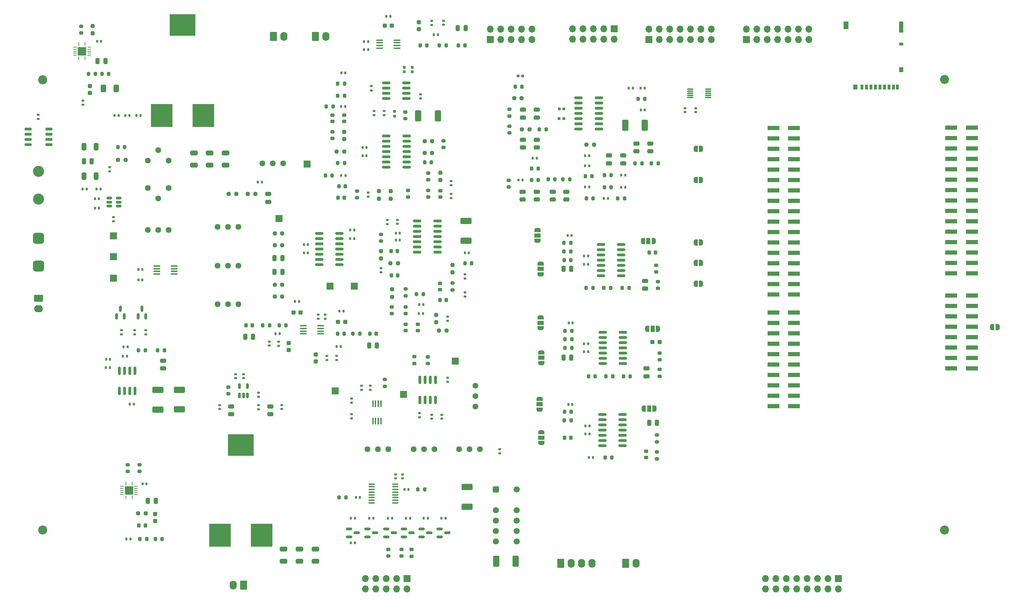
<source format=gbr>
%TF.GenerationSoftware,KiCad,Pcbnew,8.0.8*%
%TF.CreationDate,2025-03-14T14:35:35+00:00*%
%TF.ProjectId,Beehive_Monitor_main_PCB,42656568-6976-4655-9f4d-6f6e69746f72,rev?*%
%TF.SameCoordinates,Original*%
%TF.FileFunction,Soldermask,Top*%
%TF.FilePolarity,Negative*%
%FSLAX46Y46*%
G04 Gerber Fmt 4.6, Leading zero omitted, Abs format (unit mm)*
G04 Created by KiCad (PCBNEW 8.0.8) date 2025-03-14 14:35:35*
%MOMM*%
%LPD*%
G01*
G04 APERTURE LIST*
G04 Aperture macros list*
%AMRoundRect*
0 Rectangle with rounded corners*
0 $1 Rounding radius*
0 $2 $3 $4 $5 $6 $7 $8 $9 X,Y pos of 4 corners*
0 Add a 4 corners polygon primitive as box body*
4,1,4,$2,$3,$4,$5,$6,$7,$8,$9,$2,$3,0*
0 Add four circle primitives for the rounded corners*
1,1,$1+$1,$2,$3*
1,1,$1+$1,$4,$5*
1,1,$1+$1,$6,$7*
1,1,$1+$1,$8,$9*
0 Add four rect primitives between the rounded corners*
20,1,$1+$1,$2,$3,$4,$5,0*
20,1,$1+$1,$4,$5,$6,$7,0*
20,1,$1+$1,$6,$7,$8,$9,0*
20,1,$1+$1,$8,$9,$2,$3,0*%
%AMFreePoly0*
4,1,19,0.500000,-0.750000,0.000000,-0.750000,0.000000,-0.744911,-0.071157,-0.744911,-0.207708,-0.704816,-0.327430,-0.627875,-0.420627,-0.520320,-0.479746,-0.390866,-0.500000,-0.250000,-0.500000,0.250000,-0.479746,0.390866,-0.420627,0.520320,-0.327430,0.627875,-0.207708,0.704816,-0.071157,0.744911,0.000000,0.744911,0.000000,0.750000,0.500000,0.750000,0.500000,-0.750000,0.500000,-0.750000,
$1*%
%AMFreePoly1*
4,1,19,0.000000,0.744911,0.071157,0.744911,0.207708,0.704816,0.327430,0.627875,0.420627,0.520320,0.479746,0.390866,0.500000,0.250000,0.500000,-0.250000,0.479746,-0.390866,0.420627,-0.520320,0.327430,-0.627875,0.207708,-0.704816,0.071157,-0.744911,0.000000,-0.744911,0.000000,-0.750000,-0.500000,-0.750000,-0.500000,0.750000,0.000000,0.750000,0.000000,0.744911,0.000000,0.744911,
$1*%
%AMFreePoly2*
4,1,19,0.550000,-0.750000,0.000000,-0.750000,0.000000,-0.744911,-0.071157,-0.744911,-0.207708,-0.704816,-0.327430,-0.627875,-0.420627,-0.520320,-0.479746,-0.390866,-0.500000,-0.250000,-0.500000,0.250000,-0.479746,0.390866,-0.420627,0.520320,-0.327430,0.627875,-0.207708,0.704816,-0.071157,0.744911,0.000000,0.744911,0.000000,0.750000,0.550000,0.750000,0.550000,-0.750000,0.550000,-0.750000,
$1*%
%AMFreePoly3*
4,1,19,0.000000,0.744911,0.071157,0.744911,0.207708,0.704816,0.327430,0.627875,0.420627,0.520320,0.479746,0.390866,0.500000,0.250000,0.500000,-0.250000,0.479746,-0.390866,0.420627,-0.520320,0.327430,-0.627875,0.207708,-0.704816,0.071157,-0.744911,0.000000,-0.744911,0.000000,-0.750000,-0.550000,-0.750000,-0.550000,0.750000,0.000000,0.750000,0.000000,0.744911,0.000000,0.744911,
$1*%
G04 Aperture macros list end*
%ADD10RoundRect,0.250000X-0.620000X-0.845000X0.620000X-0.845000X0.620000X0.845000X-0.620000X0.845000X0*%
%ADD11O,1.740000X2.190000*%
%ADD12RoundRect,0.237500X0.300000X0.237500X-0.300000X0.237500X-0.300000X-0.237500X0.300000X-0.237500X0*%
%ADD13RoundRect,0.200000X-0.200000X-0.275000X0.200000X-0.275000X0.200000X0.275000X-0.200000X0.275000X0*%
%ADD14RoundRect,0.225000X0.250000X-0.225000X0.250000X0.225000X-0.250000X0.225000X-0.250000X-0.225000X0*%
%ADD15RoundRect,0.150000X0.150000X-0.512500X0.150000X0.512500X-0.150000X0.512500X-0.150000X-0.512500X0*%
%ADD16RoundRect,0.140000X-0.140000X-0.170000X0.140000X-0.170000X0.140000X0.170000X-0.140000X0.170000X0*%
%ADD17RoundRect,0.250000X0.475000X-0.250000X0.475000X0.250000X-0.475000X0.250000X-0.475000X-0.250000X0*%
%ADD18RoundRect,0.135000X-0.185000X0.135000X-0.185000X-0.135000X0.185000X-0.135000X0.185000X0.135000X0*%
%ADD19C,1.440000*%
%ADD20RoundRect,0.200000X0.275000X-0.200000X0.275000X0.200000X-0.275000X0.200000X-0.275000X-0.200000X0*%
%ADD21RoundRect,0.135000X0.135000X0.185000X-0.135000X0.185000X-0.135000X-0.185000X0.135000X-0.185000X0*%
%ADD22RoundRect,0.150000X-0.825000X-0.150000X0.825000X-0.150000X0.825000X0.150000X-0.825000X0.150000X0*%
%ADD23RoundRect,0.200000X-0.275000X0.200000X-0.275000X-0.200000X0.275000X-0.200000X0.275000X0.200000X0*%
%ADD24RoundRect,0.250000X0.250000X0.475000X-0.250000X0.475000X-0.250000X-0.475000X0.250000X-0.475000X0*%
%ADD25RoundRect,0.200000X0.200000X0.275000X-0.200000X0.275000X-0.200000X-0.275000X0.200000X-0.275000X0*%
%ADD26RoundRect,0.225000X-0.225000X-0.250000X0.225000X-0.250000X0.225000X0.250000X-0.225000X0.250000X0*%
%ADD27RoundRect,0.140000X0.170000X-0.140000X0.170000X0.140000X-0.170000X0.140000X-0.170000X-0.140000X0*%
%ADD28FreePoly0,180.000000*%
%ADD29FreePoly1,180.000000*%
%ADD30RoundRect,0.250000X-0.650000X0.325000X-0.650000X-0.325000X0.650000X-0.325000X0.650000X0.325000X0*%
%ADD31RoundRect,0.155000X0.155000X-0.212500X0.155000X0.212500X-0.155000X0.212500X-0.155000X-0.212500X0*%
%ADD32RoundRect,0.100000X0.712500X0.100000X-0.712500X0.100000X-0.712500X-0.100000X0.712500X-0.100000X0*%
%ADD33RoundRect,0.140000X-0.170000X0.140000X-0.170000X-0.140000X0.170000X-0.140000X0.170000X0.140000X0*%
%ADD34RoundRect,0.135000X-0.135000X-0.185000X0.135000X-0.185000X0.135000X0.185000X-0.135000X0.185000X0*%
%ADD35RoundRect,0.135000X0.185000X-0.135000X0.185000X0.135000X-0.185000X0.135000X-0.185000X-0.135000X0*%
%ADD36RoundRect,0.225000X-0.250000X0.225000X-0.250000X-0.225000X0.250000X-0.225000X0.250000X0.225000X0*%
%ADD37RoundRect,0.250000X-0.250000X-0.475000X0.250000X-0.475000X0.250000X0.475000X-0.250000X0.475000X0*%
%ADD38RoundRect,0.250000X-0.475000X0.250000X-0.475000X-0.250000X0.475000X-0.250000X0.475000X0.250000X0*%
%ADD39RoundRect,0.140000X0.140000X0.170000X-0.140000X0.170000X-0.140000X-0.170000X0.140000X-0.170000X0*%
%ADD40FreePoly2,90.000000*%
%ADD41R,1.500000X1.000000*%
%ADD42FreePoly3,90.000000*%
%ADD43R,1.700000X1.700000*%
%ADD44RoundRect,0.250500X-0.499500X-0.499500X0.499500X-0.499500X0.499500X0.499500X-0.499500X0.499500X0*%
%ADD45C,1.500000*%
%ADD46R,6.360000X5.280000*%
%ADD47R,5.330000X5.590000*%
%ADD48RoundRect,0.237500X-0.237500X0.300000X-0.237500X-0.300000X0.237500X-0.300000X0.237500X0.300000X0*%
%ADD49RoundRect,0.100000X-0.712500X-0.100000X0.712500X-0.100000X0.712500X0.100000X-0.712500X0.100000X0*%
%ADD50RoundRect,0.225000X0.225000X0.250000X-0.225000X0.250000X-0.225000X-0.250000X0.225000X-0.250000X0*%
%ADD51O,1.700000X1.700000*%
%ADD52RoundRect,0.237500X-0.250000X-0.237500X0.250000X-0.237500X0.250000X0.237500X-0.250000X0.237500X0*%
%ADD53R,0.280000X0.850000*%
%ADD54R,0.850000X0.280000*%
%ADD55R,2.050000X2.050000*%
%ADD56RoundRect,0.150000X-0.587500X-0.150000X0.587500X-0.150000X0.587500X0.150000X-0.587500X0.150000X0*%
%ADD57RoundRect,0.237500X-0.300000X-0.237500X0.300000X-0.237500X0.300000X0.237500X-0.300000X0.237500X0*%
%ADD58RoundRect,0.150000X-0.150000X0.825000X-0.150000X-0.825000X0.150000X-0.825000X0.150000X0.825000X0*%
%ADD59RoundRect,0.237500X0.250000X0.237500X-0.250000X0.237500X-0.250000X-0.237500X0.250000X-0.237500X0*%
%ADD60RoundRect,0.237500X-0.237500X0.250000X-0.237500X-0.250000X0.237500X-0.250000X0.237500X0.250000X0*%
%ADD61RoundRect,0.100000X-0.637500X-0.100000X0.637500X-0.100000X0.637500X0.100000X-0.637500X0.100000X0*%
%ADD62RoundRect,0.237500X0.237500X-0.300000X0.237500X0.300000X-0.237500X0.300000X-0.237500X-0.300000X0*%
%ADD63R,3.000000X1.000000*%
%ADD64RoundRect,0.250000X1.100000X-0.500000X1.100000X0.500000X-1.100000X0.500000X-1.100000X-0.500000X0*%
%ADD65RoundRect,0.675000X0.675000X-0.675000X0.675000X0.675000X-0.675000X0.675000X-0.675000X-0.675000X0*%
%ADD66C,2.700000*%
%ADD67RoundRect,0.237500X0.237500X-0.250000X0.237500X0.250000X-0.237500X0.250000X-0.237500X-0.250000X0*%
%ADD68RoundRect,0.155000X-0.212500X-0.155000X0.212500X-0.155000X0.212500X0.155000X-0.212500X0.155000X0*%
%ADD69RoundRect,0.250000X-0.500000X-1.100000X0.500000X-1.100000X0.500000X1.100000X-0.500000X1.100000X0*%
%ADD70RoundRect,0.250000X-0.325000X-0.650000X0.325000X-0.650000X0.325000X0.650000X-0.325000X0.650000X0*%
%ADD71RoundRect,0.150000X0.512500X0.150000X-0.512500X0.150000X-0.512500X-0.150000X0.512500X-0.150000X0*%
%ADD72RoundRect,0.150000X0.725000X0.150000X-0.725000X0.150000X-0.725000X-0.150000X0.725000X-0.150000X0*%
%ADD73C,2.200000*%
%ADD74RoundRect,0.250000X-0.845000X0.620000X-0.845000X-0.620000X0.845000X-0.620000X0.845000X0.620000X0*%
%ADD75O,2.190000X1.740000*%
%ADD76RoundRect,0.250000X0.500000X1.100000X-0.500000X1.100000X-0.500000X-1.100000X0.500000X-1.100000X0*%
%ADD77RoundRect,0.155000X-0.155000X0.212500X-0.155000X-0.212500X0.155000X-0.212500X0.155000X0.212500X0*%
%ADD78RoundRect,0.075000X-0.650000X-0.075000X0.650000X-0.075000X0.650000X0.075000X-0.650000X0.075000X0*%
%ADD79RoundRect,0.250000X0.620000X0.845000X-0.620000X0.845000X-0.620000X-0.845000X0.620000X-0.845000X0*%
%ADD80RoundRect,0.250000X0.412500X0.650000X-0.412500X0.650000X-0.412500X-0.650000X0.412500X-0.650000X0*%
%ADD81RoundRect,0.150000X0.150000X-0.587500X0.150000X0.587500X-0.150000X0.587500X-0.150000X-0.587500X0*%
%ADD82FreePoly2,0.000000*%
%ADD83R,1.000000X1.500000*%
%ADD84FreePoly3,0.000000*%
%ADD85R,0.700000X1.200000*%
%ADD86R,1.000000X0.800000*%
%ADD87R,1.000000X1.200000*%
%ADD88R,1.000000X2.800000*%
%ADD89R,1.300000X1.900000*%
%ADD90RoundRect,0.155000X0.212500X0.155000X-0.212500X0.155000X-0.212500X-0.155000X0.212500X-0.155000X0*%
%ADD91RoundRect,0.100000X0.100000X-0.712500X0.100000X0.712500X-0.100000X0.712500X-0.100000X-0.712500X0*%
%ADD92RoundRect,0.150000X0.150000X-0.825000X0.150000X0.825000X-0.150000X0.825000X-0.150000X-0.825000X0*%
G04 APERTURE END LIST*
D10*
%TO.C,PI_PWR1*%
X118300000Y-59770000D03*
D11*
X120840000Y-59770000D03*
%TD*%
D12*
%TO.C,C95*%
X212515000Y-134350000D03*
X210790000Y-134350000D03*
%TD*%
D13*
%TO.C,R47*%
X133980000Y-74210000D03*
X135630000Y-74210000D03*
%TD*%
D14*
%TO.C,C84*%
X150531250Y-131567500D03*
X150531250Y-130017500D03*
%TD*%
D15*
%TO.C,IC4*%
X110025000Y-147385000D03*
X110975000Y-147385000D03*
X111925000Y-147385000D03*
X111925000Y-145110000D03*
X110025000Y-145110000D03*
%TD*%
D16*
%TO.C,Cboot1*%
X86340000Y-169000000D03*
X87300000Y-169000000D03*
%TD*%
D17*
%TO.C,C77*%
X210240000Y-87825907D03*
X210240000Y-85925907D03*
%TD*%
D18*
%TO.C,R17*%
X114650000Y-146740000D03*
X114650000Y-147760000D03*
%TD*%
D19*
%TO.C,RV7*%
X120665000Y-90760000D03*
X118125000Y-90760000D03*
X115585000Y-90760000D03*
%TD*%
D13*
%TO.C,R141*%
X85390000Y-136370000D03*
X87040000Y-136370000D03*
%TD*%
D20*
%TO.C,R60*%
X151110000Y-98995000D03*
X151110000Y-97345000D03*
%TD*%
D21*
%TO.C,R82*%
X179090000Y-94845907D03*
X178070000Y-94845907D03*
%TD*%
D22*
%TO.C,U1*%
X145830000Y-84050000D03*
X145830000Y-85320000D03*
X145830000Y-86590000D03*
X145830000Y-87860000D03*
X145830000Y-89130000D03*
X145830000Y-90400000D03*
X145830000Y-91670000D03*
X150780000Y-91670000D03*
X150780000Y-90400000D03*
X150780000Y-89130000D03*
X150780000Y-87860000D03*
X150780000Y-86590000D03*
X150780000Y-85320000D03*
X150780000Y-84050000D03*
%TD*%
D23*
%TO.C,R113*%
X150531250Y-125787500D03*
X150531250Y-127437500D03*
%TD*%
D14*
%TO.C,C63*%
X158990000Y-98965000D03*
X158990000Y-97415000D03*
%TD*%
D24*
%TO.C,C111*%
X190977499Y-116532500D03*
X189077499Y-116532500D03*
%TD*%
D25*
%TO.C,R79*%
X184840000Y-82430000D03*
X183190000Y-82430000D03*
%TD*%
D26*
%TO.C,C31*%
X111610000Y-130290000D03*
X113160000Y-130290000D03*
%TD*%
D27*
%TO.C,C24*%
X130900000Y-128660000D03*
X130900000Y-127700000D03*
%TD*%
D28*
%TO.C,JP1*%
X294960000Y-130690000D03*
D29*
X293660000Y-130690000D03*
%TD*%
D16*
%TO.C,C97*%
X138420000Y-172310000D03*
X139380000Y-172310000D03*
%TD*%
D30*
%TO.C,C20*%
X128525000Y-184900000D03*
X128525000Y-187850000D03*
%TD*%
D31*
%TO.C,C68*%
X150205000Y-68417500D03*
X150205000Y-67282500D03*
%TD*%
D22*
%TO.C,U3*%
X192740000Y-74795907D03*
X192740000Y-76065907D03*
X192740000Y-77335907D03*
X192740000Y-78605907D03*
X192740000Y-79875907D03*
X192740000Y-81145907D03*
X192740000Y-82415907D03*
X197690000Y-82415907D03*
X197690000Y-81145907D03*
X197690000Y-79875907D03*
X197690000Y-78605907D03*
X197690000Y-77335907D03*
X197690000Y-76065907D03*
X197690000Y-74795907D03*
%TD*%
D32*
%TO.C,IC2*%
X94092500Y-117775000D03*
X94092500Y-117125000D03*
X94092500Y-116475000D03*
X94092500Y-115825000D03*
X89867500Y-115825000D03*
X89867500Y-116475000D03*
X89867500Y-117125000D03*
X89867500Y-117775000D03*
%TD*%
D33*
%TO.C,C89*%
X159325000Y-152107500D03*
X159325000Y-153067500D03*
%TD*%
D34*
%TO.C,R146*%
X83225552Y-149554448D03*
X84245552Y-149554448D03*
%TD*%
D35*
%TO.C,R71*%
X142145000Y-72940000D03*
X142145000Y-71920000D03*
%TD*%
D13*
%TO.C,R13*%
X80340000Y-86810000D03*
X81990000Y-86810000D03*
%TD*%
%TO.C,R154*%
X189425000Y-133710000D03*
X191075000Y-133710000D03*
%TD*%
D36*
%TO.C,C59*%
X132690000Y-78975000D03*
X132690000Y-80525000D03*
%TD*%
D16*
%TO.C,C57*%
X134895000Y-68690000D03*
X135855000Y-68690000D03*
%TD*%
D37*
%TO.C,C2*%
X72025000Y-90275000D03*
X73925000Y-90275000D03*
%TD*%
D13*
%TO.C,R132*%
X165016250Y-115172500D03*
X166666250Y-115172500D03*
%TD*%
D25*
%TO.C,R92*%
X200677500Y-96585907D03*
X199027500Y-96585907D03*
%TD*%
D38*
%TO.C,C72*%
X182520000Y-77670907D03*
X182520000Y-79570907D03*
%TD*%
D39*
%TO.C,C93*%
X191265000Y-129680000D03*
X190305000Y-129680000D03*
%TD*%
D40*
%TO.C,JP5*%
X183247500Y-150860000D03*
D41*
X183247500Y-149560000D03*
D42*
X183247500Y-148260000D03*
%TD*%
D13*
%TO.C,R116*%
X195170000Y-142730000D03*
X196820000Y-142730000D03*
%TD*%
D20*
%TO.C,R167*%
X155940000Y-139625000D03*
X155940000Y-137975000D03*
%TD*%
D34*
%TO.C,R96*%
X203155000Y-93635907D03*
X204175000Y-93635907D03*
%TD*%
D21*
%TO.C,R168*%
X154836250Y-125187500D03*
X153816250Y-125187500D03*
%TD*%
D39*
%TO.C,C56*%
X140992500Y-86900000D03*
X140032500Y-86900000D03*
%TD*%
D13*
%TO.C,R118*%
X153201250Y-122687500D03*
X154851250Y-122687500D03*
%TD*%
D20*
%TO.C,R50*%
X132690000Y-84700000D03*
X132690000Y-83050000D03*
%TD*%
D21*
%TO.C,R28*%
X134740000Y-135480000D03*
X133720000Y-135480000D03*
%TD*%
D35*
%TO.C,R149*%
X173500000Y-161510000D03*
X173500000Y-160490000D03*
%TD*%
D20*
%TO.C,R121*%
X149495000Y-186635000D03*
X149495000Y-184985000D03*
%TD*%
D39*
%TO.C,C102*%
X78400000Y-140604448D03*
X77440000Y-140604448D03*
%TD*%
D43*
%TO.C,TP_4*%
X119620000Y-104200000D03*
%TD*%
D39*
%TO.C,C44*%
X86320000Y-119210000D03*
X85360000Y-119210000D03*
%TD*%
D40*
%TO.C,JP8*%
X183690000Y-159000000D03*
D41*
X183690000Y-157700000D03*
D42*
X183690000Y-156400000D03*
%TD*%
D13*
%TO.C,R95*%
X199040000Y-93635907D03*
X200690000Y-93635907D03*
%TD*%
D43*
%TO.C,TP_2*%
X79300000Y-108480000D03*
%TD*%
D18*
%TO.C,R133*%
X165011250Y-117842500D03*
X165011250Y-118862500D03*
%TD*%
D28*
%TO.C,PE_9*%
X222600000Y-120180000D03*
D29*
X221300000Y-120180000D03*
%TD*%
D35*
%TO.C,R143*%
X81190000Y-132470000D03*
X81190000Y-131450000D03*
%TD*%
D44*
%TO.C,K2*%
X172530000Y-170365000D03*
D45*
X172530000Y-175445000D03*
X172530000Y-177985000D03*
X172530000Y-180525000D03*
X172530000Y-183065000D03*
X177610000Y-183065000D03*
X177610000Y-180525000D03*
X177610000Y-177985000D03*
X177610000Y-175445000D03*
X177610000Y-170365000D03*
%TD*%
D35*
%TO.C,R500*%
X78340000Y-92750000D03*
X78340000Y-91730000D03*
%TD*%
D23*
%TO.C,R6*%
X71350000Y-57312500D03*
X71350000Y-58962500D03*
%TD*%
D46*
%TO.C,L1*%
X96125000Y-57000000D03*
D47*
X91050000Y-79075000D03*
X101200000Y-79075000D03*
%TD*%
D13*
%TO.C,R156*%
X199435000Y-142730000D03*
X201085000Y-142730000D03*
%TD*%
D19*
%TO.C,RV5*%
X109730000Y-125130000D03*
X107190000Y-125130000D03*
X104650000Y-125130000D03*
%TD*%
D21*
%TO.C,R46*%
X135850000Y-76840000D03*
X134830000Y-76840000D03*
%TD*%
D48*
%TO.C,C7*%
X73500000Y-71875000D03*
X73500000Y-73600000D03*
%TD*%
D18*
%TO.C,R150*%
X153915000Y-151747500D03*
X153915000Y-152767500D03*
%TD*%
D34*
%TO.C,R36*%
X123553750Y-124426250D03*
X124573750Y-124426250D03*
%TD*%
D25*
%TO.C,R91*%
X203960000Y-99285907D03*
X202310000Y-99285907D03*
%TD*%
D38*
%TO.C,C14*%
X107975000Y-150080000D03*
X107975000Y-151980000D03*
%TD*%
D18*
%TO.C,R4*%
X79300000Y-103880000D03*
X79300000Y-104900000D03*
%TD*%
D49*
%TO.C,IC6*%
X125552500Y-130410000D03*
X125552500Y-131060000D03*
X125552500Y-131710000D03*
X125552500Y-132360000D03*
X129777500Y-132360000D03*
X129777500Y-131710000D03*
X129777500Y-131060000D03*
X129777500Y-130410000D03*
%TD*%
D39*
%TO.C,C55*%
X140992500Y-88870000D03*
X140032500Y-88870000D03*
%TD*%
D27*
%TO.C,C23*%
X129202500Y-128660000D03*
X129202500Y-127700000D03*
%TD*%
%TO.C,C100*%
X149770000Y-167640000D03*
X149770000Y-166680000D03*
%TD*%
D25*
%TO.C,R155*%
X191085000Y-135820000D03*
X189435000Y-135820000D03*
%TD*%
D50*
%TO.C,C112*%
X211497499Y-112542500D03*
X209947499Y-112542500D03*
%TD*%
D43*
%TO.C,TC_1_2*%
X209900000Y-60495000D03*
D51*
X209900000Y-57955000D03*
X212440000Y-60495000D03*
X212440000Y-57955000D03*
X214980000Y-60495000D03*
X214980000Y-57955000D03*
X217520000Y-60495000D03*
X217520000Y-57955000D03*
X220060000Y-60495000D03*
X220060000Y-57955000D03*
X222600000Y-60495000D03*
X222600000Y-57955000D03*
X225140000Y-60495000D03*
X225140000Y-57955000D03*
%TD*%
D18*
%TO.C,R55*%
X141380000Y-97900000D03*
X141380000Y-98920000D03*
%TD*%
D34*
%TO.C,R34*%
X118778750Y-132320000D03*
X119798750Y-132320000D03*
%TD*%
D13*
%TO.C,R11*%
X76450000Y-68900000D03*
X78100000Y-68900000D03*
%TD*%
D12*
%TO.C,C39*%
X147200000Y-57170000D03*
X145475000Y-57170000D03*
%TD*%
D52*
%TO.C,R16*%
X85300000Y-176225000D03*
X87125000Y-176225000D03*
%TD*%
D20*
%TO.C,R158*%
X212525000Y-138715000D03*
X212525000Y-137065000D03*
%TD*%
D48*
%TO.C,C27*%
X128650000Y-137397500D03*
X128650000Y-139122500D03*
%TD*%
D21*
%TO.C,R72*%
X115525000Y-95360000D03*
X114505000Y-95360000D03*
%TD*%
D13*
%TO.C,R86*%
X188920000Y-94625907D03*
X190570000Y-94625907D03*
%TD*%
D53*
%TO.C,IC3*%
X70825000Y-61650000D03*
D54*
X69850000Y-62375000D03*
X69850000Y-62875000D03*
X69850000Y-63375000D03*
X69850000Y-63875000D03*
X69850000Y-64375000D03*
D53*
X70825000Y-65100000D03*
X72325000Y-65100000D03*
D54*
X73300000Y-64375000D03*
X73300000Y-63875000D03*
X73300000Y-63375000D03*
X73300000Y-62875000D03*
X73300000Y-62375000D03*
D53*
X72325000Y-61650000D03*
D55*
X71575000Y-63375000D03*
%TD*%
D34*
%TO.C,R173*%
X195235000Y-162580000D03*
X196255000Y-162580000D03*
%TD*%
D56*
%TO.C,Q3*%
X136770000Y-180010000D03*
X136770000Y-181910000D03*
X138645000Y-180960000D03*
%TD*%
D24*
%TO.C,C117*%
X211880000Y-154110000D03*
X209980000Y-154110000D03*
%TD*%
D27*
%TO.C,C99*%
X148120000Y-167640000D03*
X148120000Y-166680000D03*
%TD*%
D21*
%TO.C,R104*%
X204162500Y-96585907D03*
X203142500Y-96585907D03*
%TD*%
D35*
%TO.C,R142*%
X84425552Y-132470000D03*
X84425552Y-131450000D03*
%TD*%
D39*
%TO.C,C114*%
X195390000Y-156820000D03*
X194430000Y-156820000D03*
%TD*%
D19*
%TO.C,RV11*%
X168710000Y-160487500D03*
X166170000Y-160487500D03*
X163630000Y-160487500D03*
%TD*%
D43*
%TO.C,LEDs1*%
X150890000Y-192125000D03*
D51*
X150890000Y-194665000D03*
X148350000Y-192125000D03*
X148350000Y-194665000D03*
X145810000Y-192125000D03*
X145810000Y-194665000D03*
X143270000Y-192125000D03*
X143270000Y-194665000D03*
X140730000Y-192125000D03*
X140730000Y-194665000D03*
%TD*%
D52*
%TO.C,R42*%
X107407500Y-98200000D03*
X109232500Y-98200000D03*
%TD*%
D23*
%TO.C,R15*%
X82750000Y-164300000D03*
X82750000Y-165950000D03*
%TD*%
D39*
%TO.C,C109*%
X195062499Y-115372500D03*
X194102499Y-115372500D03*
%TD*%
D57*
%TO.C,C34*%
X123201250Y-127166250D03*
X124926250Y-127166250D03*
%TD*%
D50*
%TO.C,C116*%
X190885000Y-157700000D03*
X189335000Y-157700000D03*
%TD*%
D17*
%TO.C,C17*%
X186450000Y-99565907D03*
X186450000Y-97665907D03*
%TD*%
D58*
%TO.C,U5*%
X157800000Y-143587500D03*
X156530000Y-143587500D03*
X155260000Y-143587500D03*
X153990000Y-143587500D03*
X153990000Y-148537500D03*
X155260000Y-148537500D03*
X156530000Y-148537500D03*
X157800000Y-148537500D03*
%TD*%
D59*
%TO.C,R26*%
X120420000Y-120360000D03*
X118595000Y-120360000D03*
%TD*%
D16*
%TO.C,Cboot5*%
X75270000Y-60925000D03*
X76230000Y-60925000D03*
%TD*%
D60*
%TO.C,R63*%
X159000000Y-93025000D03*
X159000000Y-94850000D03*
%TD*%
D21*
%TO.C,R125*%
X138217500Y-177385000D03*
X137197500Y-177385000D03*
%TD*%
D52*
%TO.C,R75*%
X177027500Y-74845907D03*
X178852500Y-74845907D03*
%TD*%
D23*
%TO.C,R111*%
X150531250Y-121447500D03*
X150531250Y-123097500D03*
%TD*%
D61*
%TO.C,IC9*%
X142245000Y-169060000D03*
X142245000Y-169710000D03*
X142245000Y-170360000D03*
X142245000Y-171010000D03*
X142245000Y-171660000D03*
X142245000Y-172310000D03*
X142245000Y-172960000D03*
X142245000Y-173610000D03*
X147970000Y-173610000D03*
X147970000Y-172960000D03*
X147970000Y-172310000D03*
X147970000Y-171660000D03*
X147970000Y-171010000D03*
X147970000Y-170360000D03*
X147970000Y-169710000D03*
X147970000Y-169060000D03*
%TD*%
D56*
%TO.C,Q1*%
X150095000Y-180010000D03*
X150095000Y-181910000D03*
X151970000Y-180960000D03*
%TD*%
D12*
%TO.C,C28*%
X135782500Y-129426250D03*
X134057500Y-129426250D03*
%TD*%
D21*
%TO.C,R39*%
X158415000Y-59317500D03*
X157395000Y-59317500D03*
%TD*%
D10*
%TO.C,mic_1_LDR1*%
X188360000Y-188360000D03*
D11*
X190900000Y-188360000D03*
X193440000Y-188360000D03*
X195980000Y-188360000D03*
%TD*%
D62*
%TO.C,C38*%
X153790000Y-58032500D03*
X153790000Y-56307500D03*
%TD*%
D10*
%TO.C,mic_2*%
X204230000Y-188360000D03*
D11*
X206770000Y-188360000D03*
%TD*%
D17*
%TO.C,C74*%
X179050000Y-99595907D03*
X179050000Y-97695907D03*
%TD*%
D14*
%TO.C,C86*%
X158936250Y-121572500D03*
X158936250Y-120022500D03*
%TD*%
D23*
%TO.C,R65*%
X156040000Y-97360000D03*
X156040000Y-99010000D03*
%TD*%
D20*
%TO.C,R110*%
X152645000Y-139605000D03*
X152645000Y-137955000D03*
%TD*%
D31*
%TO.C,C67*%
X152195000Y-68427500D03*
X152195000Y-67292500D03*
%TD*%
D37*
%TO.C,Css5*%
X75375000Y-65750000D03*
X77275000Y-65750000D03*
%TD*%
D13*
%TO.C,R33*%
X119695000Y-130290000D03*
X121345000Y-130290000D03*
%TD*%
D46*
%TO.C,L2*%
X110350000Y-159480000D03*
D47*
X105275000Y-181555000D03*
X115425000Y-181555000D03*
%TD*%
D28*
%TO.C,PF_14*%
X222600000Y-115090000D03*
D29*
X221300000Y-115090000D03*
%TD*%
D13*
%TO.C,R153*%
X203415000Y-121120000D03*
X205065000Y-121120000D03*
%TD*%
%TO.C,R93*%
X206520000Y-90735907D03*
X208170000Y-90735907D03*
%TD*%
D38*
%TO.C,C73*%
X179160000Y-84975907D03*
X179160000Y-86875907D03*
%TD*%
D22*
%TO.C,IC8*%
X129430000Y-107830000D03*
X129430000Y-109100000D03*
X129430000Y-110370000D03*
X129430000Y-111640000D03*
X129430000Y-112910000D03*
X129430000Y-114180000D03*
X129430000Y-115450000D03*
X134380000Y-115450000D03*
X134380000Y-114180000D03*
X134380000Y-112910000D03*
X134380000Y-111640000D03*
X134380000Y-110370000D03*
X134380000Y-109100000D03*
X134380000Y-107830000D03*
%TD*%
D21*
%TO.C,R88*%
X195350000Y-91315907D03*
X194330000Y-91315907D03*
%TD*%
D13*
%TO.C,R157*%
X203685000Y-142720000D03*
X205335000Y-142720000D03*
%TD*%
D52*
%TO.C,R25*%
X118595000Y-123250000D03*
X120420000Y-123250000D03*
%TD*%
D14*
%TO.C,C62*%
X156040000Y-94715000D03*
X156040000Y-93165000D03*
%TD*%
D18*
%TO.C,R105*%
X146101250Y-104542500D03*
X146101250Y-105562500D03*
%TD*%
D20*
%TO.C,R151*%
X145485000Y-145182500D03*
X145485000Y-143532500D03*
%TD*%
D13*
%TO.C,R101*%
X181270000Y-92015907D03*
X182920000Y-92015907D03*
%TD*%
%TO.C,R32*%
X115675000Y-130290000D03*
X117325000Y-130290000D03*
%TD*%
D26*
%TO.C,C60*%
X134310000Y-96340000D03*
X135860000Y-96340000D03*
%TD*%
D19*
%TO.C,RV6*%
X109730000Y-106250000D03*
X107190000Y-106250000D03*
X104650000Y-106250000D03*
%TD*%
D63*
%TO.C,J1*%
X283680000Y-140840000D03*
X288720000Y-140840000D03*
X283680000Y-138300000D03*
X288720000Y-138300000D03*
X283680000Y-135760000D03*
X288720000Y-135760000D03*
X283680000Y-133220000D03*
X288720000Y-133220000D03*
X283680000Y-130680000D03*
X288720000Y-130680000D03*
X283680000Y-128140000D03*
X288720000Y-128140000D03*
X283680000Y-125600000D03*
X288720000Y-125600000D03*
X283680000Y-123060000D03*
X288720000Y-123060000D03*
%TD*%
D25*
%TO.C,R37*%
X160415000Y-61957500D03*
X158765000Y-61957500D03*
%TD*%
%TO.C,R159*%
X190822499Y-110142500D03*
X189172499Y-110142500D03*
%TD*%
D64*
%TO.C,D4*%
X95390000Y-150820000D03*
X95390000Y-146020000D03*
%TD*%
D21*
%TO.C,R56*%
X135865000Y-93700000D03*
X134845000Y-93700000D03*
%TD*%
D22*
%TO.C,U4*%
X153366250Y-104800000D03*
X153366250Y-106070000D03*
X153366250Y-107340000D03*
X153366250Y-108610000D03*
X153366250Y-109880000D03*
X153366250Y-111150000D03*
X153366250Y-112420000D03*
X158316250Y-112420000D03*
X158316250Y-111150000D03*
X158316250Y-109880000D03*
X158316250Y-108610000D03*
X158316250Y-107340000D03*
X158316250Y-106070000D03*
X158316250Y-104800000D03*
%TD*%
D33*
%TO.C,C107*%
X221330000Y-77270000D03*
X221330000Y-78230000D03*
%TD*%
D25*
%TO.C,R38*%
X155755000Y-61957500D03*
X154105000Y-61957500D03*
%TD*%
D39*
%TO.C,C41*%
X141377500Y-62972500D03*
X140417500Y-62972500D03*
%TD*%
D25*
%TO.C,R89*%
X196275000Y-99275907D03*
X194625000Y-99275907D03*
%TD*%
D65*
%TO.C,F1*%
X61000000Y-115825000D03*
X61000000Y-109065000D03*
D66*
X61000000Y-99475000D03*
X61000000Y-92715000D03*
%TD*%
D17*
%TO.C,C75*%
X189780000Y-99565907D03*
X189780000Y-97665907D03*
%TD*%
D52*
%TO.C,R102*%
X194667500Y-86205907D03*
X196492500Y-86205907D03*
%TD*%
D20*
%TO.C,R175*%
X211880000Y-162885000D03*
X211880000Y-161235000D03*
%TD*%
D27*
%TO.C,C81*%
X148511250Y-105532500D03*
X148511250Y-104572500D03*
%TD*%
D24*
%TO.C,C35*%
X165170000Y-57707500D03*
X163270000Y-57707500D03*
%TD*%
D21*
%TO.C,R138*%
X160292500Y-177360000D03*
X159272500Y-177360000D03*
%TD*%
D67*
%TO.C,R115*%
X147211250Y-123332500D03*
X147211250Y-121507500D03*
%TD*%
%TO.C,R7*%
X74150000Y-59050000D03*
X74150000Y-57225000D03*
%TD*%
D39*
%TO.C,C78*%
X208910000Y-77695907D03*
X207950000Y-77695907D03*
%TD*%
D52*
%TO.C,R62*%
X155175000Y-85320000D03*
X157000000Y-85320000D03*
%TD*%
D23*
%TO.C,R22*%
X107315000Y-145365000D03*
X107315000Y-147015000D03*
%TD*%
D19*
%TO.C,RV8*%
X167585000Y-150077500D03*
X167585000Y-147537500D03*
X167585000Y-144997500D03*
%TD*%
D68*
%TO.C,C71*%
X177962500Y-69393407D03*
X179097500Y-69393407D03*
%TD*%
D35*
%TO.C,R100*%
X154210000Y-74930000D03*
X154210000Y-73910000D03*
%TD*%
D60*
%TO.C,R128*%
X161981250Y-115537500D03*
X161981250Y-117362500D03*
%TD*%
D69*
%TO.C,D1*%
X153600000Y-79200000D03*
X158400000Y-79200000D03*
%TD*%
D59*
%TO.C,R64*%
X157012500Y-88180000D03*
X155187500Y-88180000D03*
%TD*%
D21*
%TO.C,R139*%
X155995000Y-177385000D03*
X154975000Y-177385000D03*
%TD*%
D67*
%TO.C,R122*%
X158001250Y-129555000D03*
X158001250Y-127730000D03*
%TD*%
D33*
%TO.C,C32*%
X117273750Y-134256250D03*
X117273750Y-135216250D03*
%TD*%
D20*
%TO.C,R77*%
X175870000Y-83335907D03*
X175870000Y-81685907D03*
%TD*%
D25*
%TO.C,R84*%
X196030000Y-93875907D03*
X194380000Y-93875907D03*
%TD*%
D48*
%TO.C,C5*%
X89425000Y-176337500D03*
X89425000Y-178062500D03*
%TD*%
D39*
%TO.C,C91*%
X195055000Y-134810000D03*
X194095000Y-134810000D03*
%TD*%
D21*
%TO.C,R44*%
X138060000Y-109100000D03*
X137040000Y-109100000D03*
%TD*%
D37*
%TO.C,Css1*%
X87650000Y-173175000D03*
X89550000Y-173175000D03*
%TD*%
D70*
%TO.C,C1*%
X72100000Y-86675000D03*
X75050000Y-86675000D03*
%TD*%
D18*
%TO.C,R35*%
X119533750Y-134246250D03*
X119533750Y-135266250D03*
%TD*%
D20*
%TO.C,R117*%
X212525000Y-142720000D03*
X212525000Y-141070000D03*
%TD*%
D71*
%TO.C,IC1*%
X80497500Y-101162500D03*
X80497500Y-100212500D03*
X80497500Y-99262500D03*
X78222500Y-99262500D03*
X78222500Y-100212500D03*
X78222500Y-101162500D03*
%TD*%
D13*
%TO.C,R10*%
X73200000Y-68900000D03*
X74850000Y-68900000D03*
%TD*%
D28*
%TO.C,PE_15*%
X222600000Y-87240000D03*
D29*
X221300000Y-87240000D03*
%TD*%
D35*
%TO.C,R144*%
X87170000Y-132470000D03*
X87170000Y-131450000D03*
%TD*%
D20*
%TO.C,R14*%
X85575000Y-165950000D03*
X85575000Y-164300000D03*
%TD*%
D13*
%TO.C,R162*%
X194602499Y-121122500D03*
X196252499Y-121122500D03*
%TD*%
D20*
%TO.C,R165*%
X212100000Y-121245000D03*
X212100000Y-119595000D03*
%TD*%
D34*
%TO.C,R169*%
X81750000Y-135510000D03*
X82770000Y-135510000D03*
%TD*%
D24*
%TO.C,C94*%
X190975000Y-138170000D03*
X189075000Y-138170000D03*
%TD*%
D38*
%TO.C,C54*%
X179130000Y-77670907D03*
X179130000Y-79570907D03*
%TD*%
D26*
%TO.C,C61*%
X134030000Y-99170000D03*
X135580000Y-99170000D03*
%TD*%
D72*
%TO.C,Q9*%
X63550000Y-86185000D03*
X63550000Y-84915000D03*
X63550000Y-83645000D03*
X63550000Y-82375000D03*
X58400000Y-82375000D03*
X58400000Y-83645000D03*
X58400000Y-84915000D03*
X58400000Y-86185000D03*
%TD*%
D50*
%TO.C,C4*%
X87025000Y-179125000D03*
X85475000Y-179125000D03*
%TD*%
D23*
%TO.C,R129*%
X161991250Y-119972500D03*
X161991250Y-121622500D03*
%TD*%
D63*
%TO.C,J2*%
X240270000Y-150040000D03*
X245310000Y-150040000D03*
X240270000Y-147500000D03*
X245310000Y-147500000D03*
X240270000Y-144960000D03*
X245310000Y-144960000D03*
X240270000Y-142420000D03*
X245310000Y-142420000D03*
X240270000Y-139880000D03*
X245310000Y-139880000D03*
X240270000Y-137340000D03*
X245310000Y-137340000D03*
X240270000Y-134800000D03*
X245310000Y-134800000D03*
X240270000Y-132260000D03*
X245310000Y-132260000D03*
X240270000Y-129720000D03*
X245310000Y-129720000D03*
X240270000Y-127180000D03*
X245310000Y-127180000D03*
%TD*%
D21*
%TO.C,R131*%
X138217500Y-183385000D03*
X137197500Y-183385000D03*
%TD*%
D73*
%TO.C,H2*%
X62020000Y-70330000D03*
%TD*%
D43*
%TO.C,PI_IN1*%
X171195000Y-60495000D03*
D51*
X171195000Y-57955000D03*
X173735000Y-60495000D03*
X173735000Y-57955000D03*
X176275000Y-60495000D03*
X176275000Y-57955000D03*
X178815000Y-60495000D03*
X178815000Y-57955000D03*
X181355000Y-60495000D03*
X181355000Y-57955000D03*
%TD*%
D25*
%TO.C,R49*%
X135630000Y-71290000D03*
X133980000Y-71290000D03*
%TD*%
D52*
%TO.C,R43*%
X112067500Y-98200000D03*
X113892500Y-98200000D03*
%TD*%
D13*
%TO.C,R94*%
X210525000Y-90745907D03*
X212175000Y-90745907D03*
%TD*%
D69*
%TO.C,D8*%
X172620000Y-187860000D03*
X177420000Y-187860000D03*
%TD*%
D22*
%TO.C,U2*%
X145800000Y-71120000D03*
X145800000Y-72390000D03*
X145800000Y-73660000D03*
X145800000Y-74930000D03*
X150750000Y-74930000D03*
X150750000Y-73660000D03*
X150750000Y-72390000D03*
X150750000Y-71120000D03*
%TD*%
D39*
%TO.C,C103*%
X78409448Y-138560000D03*
X77449448Y-138560000D03*
%TD*%
D25*
%TO.C,R18*%
X91150000Y-182475000D03*
X89500000Y-182475000D03*
%TD*%
D18*
%TO.C,R134*%
X165011250Y-122252500D03*
X165011250Y-123272500D03*
%TD*%
D50*
%TO.C,C29*%
X143360000Y-132320000D03*
X141810000Y-132320000D03*
%TD*%
D13*
%TO.C,R51*%
X131180000Y-76840000D03*
X132830000Y-76840000D03*
%TD*%
D39*
%TO.C,C80*%
X149101250Y-107792500D03*
X148141250Y-107792500D03*
%TD*%
D27*
%TO.C,C104*%
X139765000Y-146027500D03*
X139765000Y-145067500D03*
%TD*%
D34*
%TO.C,R87*%
X194330000Y-88915907D03*
X195350000Y-88915907D03*
%TD*%
D40*
%TO.C,JP4*%
X183492499Y-117832500D03*
D41*
X183492499Y-116532500D03*
D42*
X183492499Y-115232500D03*
%TD*%
D20*
%TO.C,R166*%
X211682499Y-117292500D03*
X211682499Y-115642500D03*
%TD*%
D39*
%TO.C,C79*%
X149101250Y-109502500D03*
X148141250Y-109502500D03*
%TD*%
D48*
%TO.C,C33*%
X122043750Y-134613750D03*
X122043750Y-136338750D03*
%TD*%
D74*
%TO.C,12_V_PWR2*%
X60975000Y-123680000D03*
D75*
X60975000Y-126220000D03*
%TD*%
D25*
%TO.C,R112*%
X191080000Y-131630000D03*
X189430000Y-131630000D03*
%TD*%
D76*
%TO.C,D2*%
X208910000Y-81485907D03*
X204110000Y-81485907D03*
%TD*%
D73*
%TO.C,H1*%
X282070000Y-70310000D03*
%TD*%
D63*
%TO.C,J4*%
X240270000Y-122730000D03*
X245310000Y-122730000D03*
X240270000Y-120190000D03*
X245310000Y-120190000D03*
X240270000Y-117650000D03*
X245310000Y-117650000D03*
X240270000Y-115110000D03*
X245310000Y-115110000D03*
X240270000Y-112570000D03*
X245310000Y-112570000D03*
X240270000Y-110030000D03*
X245310000Y-110030000D03*
X240270000Y-107490000D03*
X245310000Y-107490000D03*
X240270000Y-104950000D03*
X245310000Y-104950000D03*
X240270000Y-102410000D03*
X245310000Y-102410000D03*
X240270000Y-99870000D03*
X245310000Y-99870000D03*
X240270000Y-97330000D03*
X245310000Y-97330000D03*
X240270000Y-94790000D03*
X245310000Y-94790000D03*
X240270000Y-92250000D03*
X245310000Y-92250000D03*
X240270000Y-89710000D03*
X245310000Y-89710000D03*
X240270000Y-87170000D03*
X245310000Y-87170000D03*
X240270000Y-84630000D03*
X245310000Y-84630000D03*
X240270000Y-82090000D03*
X245310000Y-82090000D03*
%TD*%
D25*
%TO.C,R27*%
X139340000Y-132350000D03*
X137690000Y-132350000D03*
%TD*%
D17*
%TO.C,C53*%
X182580000Y-99575907D03*
X182580000Y-97675907D03*
%TD*%
D21*
%TO.C,R98*%
X208920000Y-72405907D03*
X207900000Y-72405907D03*
%TD*%
D23*
%TO.C,R83*%
X175710000Y-94895907D03*
X175710000Y-96545907D03*
%TD*%
D77*
%TO.C,C64*%
X147800000Y-78077500D03*
X147800000Y-79212500D03*
%TD*%
D37*
%TO.C,C30*%
X111435000Y-133100000D03*
X113335000Y-133100000D03*
%TD*%
D26*
%TO.C,C83*%
X147041250Y-118122500D03*
X148591250Y-118122500D03*
%TD*%
D43*
%TO.C,TP_9*%
X162700000Y-139060000D03*
%TD*%
D56*
%TO.C,Q2*%
X145795000Y-180010000D03*
X145795000Y-181910000D03*
X147670000Y-180960000D03*
%TD*%
D43*
%TO.C,TP_5*%
X132070000Y-120770000D03*
%TD*%
D35*
%TO.C,R152*%
X60900000Y-79920000D03*
X60900000Y-78900000D03*
%TD*%
D28*
%TO.C,PF_15*%
X222600000Y-110040000D03*
D29*
X221300000Y-110040000D03*
%TD*%
D34*
%TO.C,R103*%
X194360000Y-96555907D03*
X195380000Y-96555907D03*
%TD*%
D78*
%TO.C,IC11*%
X219985000Y-72660000D03*
X219985000Y-73160000D03*
X219985000Y-73660000D03*
X219985000Y-74160000D03*
X219985000Y-74660000D03*
X224385000Y-74660000D03*
X224385000Y-74160000D03*
X224385000Y-73660000D03*
X224385000Y-73160000D03*
X224385000Y-72660000D03*
%TD*%
D52*
%TO.C,R124*%
X158678750Y-131562500D03*
X160503750Y-131562500D03*
%TD*%
D43*
%TO.C,TP_1*%
X79290000Y-113510000D03*
%TD*%
D14*
%TO.C,C85*%
X153541250Y-131567500D03*
X153541250Y-130017500D03*
%TD*%
D17*
%TO.C,C113*%
X208972499Y-121327500D03*
X208972499Y-119427500D03*
%TD*%
D35*
%TO.C,R40*%
X156940000Y-56960000D03*
X156940000Y-55940000D03*
%TD*%
D52*
%TO.C,R2*%
X80375000Y-89910000D03*
X82200000Y-89910000D03*
%TD*%
D21*
%TO.C,R12*%
X83150000Y-79075000D03*
X82130000Y-79075000D03*
%TD*%
D19*
%TO.C,RV9*%
X157575000Y-160487500D03*
X155035000Y-160487500D03*
X152495000Y-160487500D03*
%TD*%
D79*
%TO.C,3.3_V_PWR1*%
X110970000Y-193710000D03*
D11*
X108430000Y-193710000D03*
%TD*%
D35*
%TO.C,R135*%
X160815000Y-144067500D03*
X160815000Y-143047500D03*
%TD*%
D80*
%TO.C,C6*%
X79900000Y-72475000D03*
X76775000Y-72475000D03*
%TD*%
D34*
%TO.C,R3*%
X75120000Y-97040000D03*
X76140000Y-97040000D03*
%TD*%
D25*
%TO.C,R58*%
X132630000Y-93690000D03*
X130980000Y-93690000D03*
%TD*%
D73*
%TO.C,H3*%
X62020000Y-180290000D03*
%TD*%
D43*
%TO.C,TP_10*%
X133380000Y-146310000D03*
%TD*%
D21*
%TO.C,R127*%
X142690000Y-177385000D03*
X141670000Y-177385000D03*
%TD*%
D60*
%TO.C,R48*%
X135570000Y-83047500D03*
X135570000Y-84872500D03*
%TD*%
D21*
%TO.C,R5*%
X80525000Y-79075000D03*
X79505000Y-79075000D03*
%TD*%
D23*
%TO.C,R76*%
X175870000Y-77575907D03*
X175870000Y-79225907D03*
%TD*%
D39*
%TO.C,C49*%
X126690000Y-112640000D03*
X125730000Y-112640000D03*
%TD*%
D17*
%TO.C,C96*%
X209305000Y-142720000D03*
X209305000Y-140820000D03*
%TD*%
D18*
%TO.C,R148*%
X137335000Y-151987500D03*
X137335000Y-153007500D03*
%TD*%
D21*
%TO.C,R80*%
X182590000Y-89525907D03*
X181570000Y-89525907D03*
%TD*%
D19*
%TO.C,RV10*%
X141225000Y-160487500D03*
X143765000Y-160487500D03*
X146305000Y-160487500D03*
%TD*%
D30*
%TO.C,C9*%
X102750000Y-88200000D03*
X102750000Y-91150000D03*
%TD*%
D59*
%TO.C,R78*%
X180740000Y-82445907D03*
X178915000Y-82445907D03*
%TD*%
D19*
%TO.C,RV4*%
X109730000Y-115770000D03*
X107190000Y-115770000D03*
X104650000Y-115770000D03*
%TD*%
D39*
%TO.C,C40*%
X141377500Y-61052500D03*
X140417500Y-61052500D03*
%TD*%
D67*
%TO.C,R53*%
X146940000Y-99375000D03*
X146940000Y-97550000D03*
%TD*%
D60*
%TO.C,R107*%
X144521250Y-112165000D03*
X144521250Y-113990000D03*
%TD*%
D56*
%TO.C,Q5*%
X154445000Y-180010000D03*
X154445000Y-181910000D03*
X156320000Y-180960000D03*
%TD*%
D19*
%TO.C,RV2*%
X92710000Y-96770000D03*
X90170000Y-99310000D03*
X87630000Y-96770000D03*
%TD*%
D81*
%TO.C,Q7*%
X85270000Y-128140000D03*
X87170000Y-128140000D03*
X86220000Y-126265000D03*
%TD*%
D37*
%TO.C,C51*%
X118557500Y-117240000D03*
X120457500Y-117240000D03*
%TD*%
D38*
%TO.C,C52*%
X117060000Y-98220000D03*
X117060000Y-100120000D03*
%TD*%
D33*
%TO.C,C12*%
X120300000Y-149760000D03*
X120300000Y-150720000D03*
%TD*%
D20*
%TO.C,R114*%
X147201250Y-127442500D03*
X147201250Y-125792500D03*
%TD*%
D40*
%TO.C,JP11*%
X183625000Y-139490000D03*
D41*
X183625000Y-138190000D03*
D42*
X183625000Y-136890000D03*
%TD*%
D40*
%TO.C,JP10*%
X183515000Y-130990000D03*
D41*
X183515000Y-129690000D03*
D42*
X183515000Y-128390000D03*
%TD*%
D23*
%TO.C,R69*%
X150470000Y-78210000D03*
X150470000Y-79860000D03*
%TD*%
D16*
%TO.C,C88*%
X165016250Y-112572500D03*
X165976250Y-112572500D03*
%TD*%
D33*
%TO.C,C13*%
X105200000Y-149760000D03*
X105200000Y-150720000D03*
%TD*%
D82*
%TO.C,JP7*%
X208472499Y-109700000D03*
D83*
X209772499Y-109700000D03*
D84*
X211072499Y-109700000D03*
%TD*%
D82*
%TO.C,JP9*%
X208670000Y-150640000D03*
D83*
X209970000Y-150640000D03*
D84*
X211270000Y-150640000D03*
%TD*%
D19*
%TO.C,RV1*%
X87610000Y-90090000D03*
X90150000Y-87550000D03*
X92690000Y-90090000D03*
%TD*%
D39*
%TO.C,C45*%
X86290000Y-116671471D03*
X85330000Y-116671471D03*
%TD*%
D30*
%TO.C,C8*%
X98900000Y-88200000D03*
X98900000Y-91150000D03*
%TD*%
D59*
%TO.C,R109*%
X148688750Y-115132500D03*
X146863750Y-115132500D03*
%TD*%
D20*
%TO.C,R176*%
X211880000Y-158735000D03*
X211880000Y-157085000D03*
%TD*%
D21*
%TO.C,R8*%
X85875000Y-79075000D03*
X84855000Y-79075000D03*
%TD*%
D25*
%TO.C,R74*%
X178945000Y-72055907D03*
X177295000Y-72055907D03*
%TD*%
D43*
%TO.C,TP_6*%
X138040000Y-120770000D03*
%TD*%
D85*
%TO.C,J5*%
X261865000Y-72170000D03*
X262965000Y-72170000D03*
X264065000Y-72170000D03*
X265165000Y-72170000D03*
X266265000Y-72170000D03*
X267365000Y-72170000D03*
X268465000Y-72170000D03*
X269565000Y-72170000D03*
X270515000Y-72170000D03*
D86*
X271465000Y-61670000D03*
D87*
X271465000Y-67870000D03*
D88*
X271465000Y-57520000D03*
D87*
X260315000Y-72170000D03*
D89*
X257965000Y-57070000D03*
%TD*%
D36*
%TO.C,C58*%
X135580000Y-78975000D03*
X135580000Y-80525000D03*
%TD*%
D52*
%TO.C,R23*%
X118595000Y-107850000D03*
X120420000Y-107850000D03*
%TD*%
D38*
%TO.C,C101*%
X91400000Y-138920000D03*
X91400000Y-140820000D03*
%TD*%
D39*
%TO.C,C108*%
X195062499Y-113392500D03*
X194102499Y-113392500D03*
%TD*%
D38*
%TO.C,C65*%
X182590000Y-84975907D03*
X182590000Y-86875907D03*
%TD*%
D13*
%TO.C,R85*%
X185320000Y-94625907D03*
X186970000Y-94625907D03*
%TD*%
D34*
%TO.C,R140*%
X81560000Y-137800000D03*
X82580000Y-137800000D03*
%TD*%
D19*
%TO.C,RV3*%
X92740000Y-107000000D03*
X90200000Y-107000000D03*
X87660000Y-107000000D03*
%TD*%
D24*
%TO.C,C25*%
X143520000Y-135220000D03*
X141620000Y-135220000D03*
%TD*%
D64*
%TO.C,D7*%
X165515000Y-174565000D03*
X165515000Y-169765000D03*
%TD*%
D27*
%TO.C,C37*%
X159765000Y-56910000D03*
X159765000Y-55950000D03*
%TD*%
D32*
%TO.C,IC7*%
X148450000Y-62617500D03*
X148450000Y-61967500D03*
X148450000Y-61317500D03*
X148450000Y-60667500D03*
X144225000Y-60667500D03*
X144225000Y-61317500D03*
X144225000Y-61967500D03*
X144225000Y-62617500D03*
%TD*%
D25*
%TO.C,R81*%
X182915000Y-94845907D03*
X181265000Y-94845907D03*
%TD*%
D43*
%TO.C,TP_3*%
X79260000Y-118820000D03*
%TD*%
%TO.C,TP_8*%
X126475000Y-90900000D03*
%TD*%
D56*
%TO.C,Q4*%
X141245000Y-180010000D03*
X141245000Y-181910000D03*
X143120000Y-180960000D03*
%TD*%
D23*
%TO.C,R67*%
X159780000Y-85240000D03*
X159780000Y-86890000D03*
%TD*%
D38*
%TO.C,C15*%
X203610000Y-88845907D03*
X203610000Y-90745907D03*
%TD*%
D18*
%TO.C,R20*%
X114650000Y-149750000D03*
X114650000Y-150770000D03*
%TD*%
D23*
%TO.C,R59*%
X138700000Y-97535000D03*
X138700000Y-99185000D03*
%TD*%
D90*
%TO.C,C70*%
X189137500Y-79835907D03*
X188002500Y-79835907D03*
%TD*%
D22*
%TO.C,U8*%
X198182499Y-110562500D03*
X198182499Y-111832500D03*
X198182499Y-113102500D03*
X198182499Y-114372500D03*
X198182499Y-115642500D03*
X198182499Y-116912500D03*
X198182499Y-118182500D03*
X203132499Y-118182500D03*
X203132499Y-116912500D03*
X203132499Y-115642500D03*
X203132499Y-114372500D03*
X203132499Y-113102500D03*
X203132499Y-111832500D03*
X203132499Y-110562500D03*
%TD*%
D13*
%TO.C,R68*%
X155205000Y-90490000D03*
X156855000Y-90490000D03*
%TD*%
D91*
%TO.C,IC10*%
X142555000Y-153645000D03*
X143205000Y-153645000D03*
X143855000Y-153645000D03*
X144505000Y-153645000D03*
X144505000Y-149420000D03*
X143855000Y-149420000D03*
X143205000Y-149420000D03*
X142555000Y-149420000D03*
%TD*%
D70*
%TO.C,C3*%
X72100000Y-93900000D03*
X75050000Y-93900000D03*
%TD*%
D10*
%TO.C,5_V_PWR1*%
X128580000Y-59770000D03*
D11*
X131120000Y-59770000D03*
%TD*%
D35*
%TO.C,R123*%
X160781250Y-129192500D03*
X160781250Y-128172500D03*
%TD*%
D27*
%TO.C,C105*%
X141925000Y-146017500D03*
X141925000Y-145057500D03*
%TD*%
D13*
%TO.C,R57*%
X133980000Y-90670000D03*
X135630000Y-90670000D03*
%TD*%
D35*
%TO.C,R108*%
X144521250Y-117322500D03*
X144521250Y-116302500D03*
%TD*%
D21*
%TO.C,R30*%
X135430000Y-126826250D03*
X134410000Y-126826250D03*
%TD*%
D43*
%TO.C,Accelerometer1*%
X201395000Y-57945000D03*
D51*
X201395000Y-60485000D03*
X198855000Y-57945000D03*
X198855000Y-60485000D03*
X196315000Y-57945000D03*
X196315000Y-60485000D03*
X193775000Y-57945000D03*
X193775000Y-60485000D03*
X191235000Y-57945000D03*
X191235000Y-60485000D03*
%TD*%
D21*
%TO.C,R120*%
X151615000Y-177385000D03*
X150595000Y-177385000D03*
%TD*%
D13*
%TO.C,R174*%
X199215000Y-162580000D03*
X200865000Y-162580000D03*
%TD*%
D20*
%TO.C,R130*%
X146320000Y-186635000D03*
X146320000Y-184985000D03*
%TD*%
D34*
%TO.C,R1*%
X71695000Y-97025000D03*
X72715000Y-97025000D03*
%TD*%
D39*
%TO.C,C115*%
X191180000Y-149570000D03*
X190220000Y-149570000D03*
%TD*%
D33*
%TO.C,C90*%
X156930000Y-152107500D03*
X156930000Y-153067500D03*
%TD*%
D17*
%TO.C,C16*%
X206830000Y-87835907D03*
X206830000Y-85935907D03*
%TD*%
D18*
%TO.C,R29*%
X131300000Y-137750000D03*
X131300000Y-138770000D03*
%TD*%
D43*
%TO.C,TP_7*%
X150025000Y-147117500D03*
%TD*%
%TO.C,TC_3_4*%
X233660000Y-60510000D03*
D51*
X233660000Y-57970000D03*
X236200000Y-60510000D03*
X236200000Y-57970000D03*
X238740000Y-60510000D03*
X238740000Y-57970000D03*
X241280000Y-60510000D03*
X241280000Y-57970000D03*
X243820000Y-60510000D03*
X243820000Y-57970000D03*
X246360000Y-60510000D03*
X246360000Y-57970000D03*
X248900000Y-60510000D03*
X248900000Y-57970000D03*
%TD*%
D30*
%TO.C,C19*%
X124650000Y-184900000D03*
X124650000Y-187850000D03*
%TD*%
D13*
%TO.C,R137*%
X153545000Y-170360000D03*
X155195000Y-170360000D03*
%TD*%
%TO.C,R164*%
X90030000Y-136370000D03*
X91680000Y-136370000D03*
%TD*%
D26*
%TO.C,C82*%
X147001250Y-112162500D03*
X148551250Y-112162500D03*
%TD*%
D73*
%TO.C,H4*%
X282070000Y-180280000D03*
%TD*%
D16*
%TO.C,C98*%
X150285000Y-170360000D03*
X151245000Y-170360000D03*
%TD*%
D25*
%TO.C,R19*%
X87375000Y-182475000D03*
X85725000Y-182475000D03*
%TD*%
%TO.C,R31*%
X135580000Y-132340000D03*
X133930000Y-132340000D03*
%TD*%
D50*
%TO.C,C36*%
X164995000Y-61957500D03*
X163445000Y-61957500D03*
%TD*%
D43*
%TO.C,LCD_BTNs1*%
X256120000Y-192130000D03*
D51*
X256120000Y-194670000D03*
X253580000Y-192130000D03*
X253580000Y-194670000D03*
X251040000Y-192130000D03*
X251040000Y-194670000D03*
X248500000Y-192130000D03*
X248500000Y-194670000D03*
X245960000Y-192130000D03*
X245960000Y-194670000D03*
X243420000Y-192130000D03*
X243420000Y-194670000D03*
X240880000Y-192130000D03*
X240880000Y-194670000D03*
X238340000Y-192130000D03*
X238340000Y-194670000D03*
%TD*%
D18*
%TO.C,R70*%
X145310000Y-77985000D03*
X145310000Y-79005000D03*
%TD*%
D21*
%TO.C,R41*%
X146847500Y-54890000D03*
X145827500Y-54890000D03*
%TD*%
D64*
%TO.C,D5*%
X90110000Y-150840000D03*
X90110000Y-146040000D03*
%TD*%
D25*
%TO.C,R170*%
X190950000Y-151410000D03*
X189300000Y-151410000D03*
%TD*%
D33*
%TO.C,C26*%
X133720000Y-137780000D03*
X133720000Y-138740000D03*
%TD*%
D38*
%TO.C,C11*%
X117525000Y-150080000D03*
X117525000Y-151980000D03*
%TD*%
D26*
%TO.C,C87*%
X158946250Y-124147500D03*
X160496250Y-124147500D03*
%TD*%
D22*
%TO.C,U6*%
X198640000Y-131980000D03*
X198640000Y-133250000D03*
X198640000Y-134520000D03*
X198640000Y-135790000D03*
X198640000Y-137060000D03*
X198640000Y-138330000D03*
X198640000Y-139600000D03*
X203590000Y-139600000D03*
X203590000Y-138330000D03*
X203590000Y-137060000D03*
X203590000Y-135790000D03*
X203590000Y-134520000D03*
X203590000Y-133250000D03*
X203590000Y-131980000D03*
%TD*%
D39*
%TO.C,C92*%
X195055000Y-136770000D03*
X194095000Y-136770000D03*
%TD*%
D40*
%TO.C,JP3*%
X182707500Y-109652500D03*
D41*
X182707500Y-108352500D03*
D42*
X182707500Y-107052500D03*
%TD*%
D82*
%TO.C,JP12*%
X209495000Y-131140000D03*
D83*
X210795000Y-131140000D03*
D84*
X212095000Y-131140000D03*
%TD*%
D35*
%TO.C,R73*%
X142850000Y-79005000D03*
X142850000Y-77985000D03*
%TD*%
D60*
%TO.C,R54*%
X144030000Y-97550000D03*
X144030000Y-99375000D03*
%TD*%
D39*
%TO.C,C110*%
X191062499Y-108362500D03*
X190102499Y-108362500D03*
%TD*%
D21*
%TO.C,R126*%
X147215000Y-177385000D03*
X146195000Y-177385000D03*
%TD*%
D39*
%TO.C,C48*%
X126690000Y-110590000D03*
X125730000Y-110590000D03*
%TD*%
D56*
%TO.C,Q6*%
X158845000Y-180010000D03*
X158845000Y-181910000D03*
X160720000Y-180960000D03*
%TD*%
D23*
%TO.C,R106*%
X144521250Y-108117500D03*
X144521250Y-109767500D03*
%TD*%
D22*
%TO.C,U7*%
X198550000Y-152020000D03*
X198550000Y-153290000D03*
X198550000Y-154560000D03*
X198550000Y-155830000D03*
X198550000Y-157100000D03*
X198550000Y-158370000D03*
X198550000Y-159640000D03*
X203500000Y-159640000D03*
X203500000Y-158370000D03*
X203500000Y-157100000D03*
X203500000Y-155830000D03*
X203500000Y-154560000D03*
X203500000Y-153290000D03*
X203500000Y-152020000D03*
%TD*%
D13*
%TO.C,R163*%
X198897499Y-121122500D03*
X200547499Y-121122500D03*
%TD*%
D21*
%TO.C,R99*%
X205990000Y-72395907D03*
X204970000Y-72395907D03*
%TD*%
D39*
%TO.C,C66*%
X195390000Y-154830000D03*
X194430000Y-154830000D03*
%TD*%
D81*
%TO.C,Q8*%
X80010000Y-128140000D03*
X81910000Y-128140000D03*
X80960000Y-126265000D03*
%TD*%
D20*
%TO.C,R145*%
X151995000Y-186685000D03*
X151995000Y-185035000D03*
%TD*%
D21*
%TO.C,R45*%
X138050000Y-107050000D03*
X137030000Y-107050000D03*
%TD*%
D13*
%TO.C,R160*%
X189192499Y-112232500D03*
X190842499Y-112232500D03*
%TD*%
D30*
%TO.C,C10*%
X106625000Y-88200000D03*
X106625000Y-91150000D03*
%TD*%
D33*
%TO.C,C106*%
X218690000Y-77260000D03*
X218690000Y-78220000D03*
%TD*%
D34*
%TO.C,R119*%
X153756250Y-127457500D03*
X154776250Y-127457500D03*
%TD*%
D25*
%TO.C,R97*%
X208910000Y-75005907D03*
X207260000Y-75005907D03*
%TD*%
D18*
%TO.C,R147*%
X137310000Y-148137500D03*
X137310000Y-149157500D03*
%TD*%
D13*
%TO.C,R136*%
X134310000Y-172310000D03*
X135960000Y-172310000D03*
%TD*%
D59*
%TO.C,R52*%
X135547500Y-87880000D03*
X133722500Y-87880000D03*
%TD*%
D27*
%TO.C,C42*%
X109100000Y-143190000D03*
X109100000Y-142230000D03*
%TD*%
D38*
%TO.C,C76*%
X200190000Y-88840907D03*
X200190000Y-90740907D03*
%TD*%
D27*
%TO.C,C43*%
X111000000Y-143170000D03*
X111000000Y-142210000D03*
%TD*%
D39*
%TO.C,C46*%
X75710000Y-101682500D03*
X74750000Y-101682500D03*
%TD*%
D14*
%TO.C,C118*%
X209260000Y-162580000D03*
X209260000Y-161030000D03*
%TD*%
D21*
%TO.C,R90*%
X199890000Y-99285907D03*
X198870000Y-99285907D03*
%TD*%
D64*
%TO.C,D3*%
X165321250Y-109612500D03*
X165321250Y-104812500D03*
%TD*%
D24*
%TO.C,C50*%
X120457500Y-113880000D03*
X118557500Y-113880000D03*
%TD*%
D53*
%TO.C,IC5*%
X82300000Y-168875000D03*
D54*
X81325000Y-169600000D03*
X81325000Y-170100000D03*
X81325000Y-170600000D03*
X81325000Y-171100000D03*
X81325000Y-171600000D03*
D53*
X82300000Y-172325000D03*
X83800000Y-172325000D03*
D54*
X84775000Y-171600000D03*
X84775000Y-171100000D03*
X84775000Y-170600000D03*
X84775000Y-170100000D03*
X84775000Y-169600000D03*
D53*
X83800000Y-168875000D03*
D55*
X83050000Y-170600000D03*
%TD*%
D34*
%TO.C,R21*%
X82405000Y-182475000D03*
X83425000Y-182475000D03*
%TD*%
D90*
%TO.C,C69*%
X189167500Y-77455907D03*
X188032500Y-77455907D03*
%TD*%
D18*
%TO.C,R66*%
X161660000Y-95080000D03*
X161660000Y-96100000D03*
%TD*%
D28*
%TO.C,PE_10*%
X222600000Y-94800000D03*
D29*
X221300000Y-94800000D03*
%TD*%
D18*
%TO.C,R61*%
X161660000Y-98210000D03*
X161660000Y-99230000D03*
%TD*%
D30*
%TO.C,C18*%
X120725000Y-184900000D03*
X120725000Y-187850000D03*
%TD*%
D92*
%TO.C,L3*%
X80705552Y-146304448D03*
X81975552Y-146304448D03*
X83245552Y-146304448D03*
X84515552Y-146304448D03*
X84515552Y-141354448D03*
X83245552Y-141354448D03*
X81975552Y-141354448D03*
X80705552Y-141354448D03*
%TD*%
D25*
%TO.C,R161*%
X190862499Y-114342500D03*
X189212499Y-114342500D03*
%TD*%
D13*
%TO.C,R171*%
X189270000Y-153510000D03*
X190920000Y-153510000D03*
%TD*%
D59*
%TO.C,R24*%
X120420000Y-110760000D03*
X118595000Y-110760000D03*
%TD*%
D39*
%TO.C,C47*%
X75727500Y-99387500D03*
X74767500Y-99387500D03*
%TD*%
D63*
%TO.C,J3*%
X283680000Y-117640000D03*
X288720000Y-117640000D03*
X283680000Y-115100000D03*
X288720000Y-115100000D03*
X283680000Y-112560000D03*
X288720000Y-112560000D03*
X283680000Y-110020000D03*
X288720000Y-110020000D03*
X283680000Y-107480000D03*
X288720000Y-107480000D03*
X283680000Y-104940000D03*
X288720000Y-104940000D03*
X283680000Y-102400000D03*
X288720000Y-102400000D03*
X283680000Y-99860000D03*
X288720000Y-99860000D03*
X283680000Y-97320000D03*
X288720000Y-97320000D03*
X283680000Y-94780000D03*
X288720000Y-94780000D03*
X283680000Y-92240000D03*
X288720000Y-92240000D03*
X283680000Y-89700000D03*
X288720000Y-89700000D03*
X283680000Y-87160000D03*
X288720000Y-87160000D03*
X283680000Y-84620000D03*
X288720000Y-84620000D03*
X283680000Y-82080000D03*
X288720000Y-82080000D03*
%TD*%
D35*
%TO.C,R9*%
X71850000Y-76460000D03*
X71850000Y-75440000D03*
%TD*%
M02*

</source>
